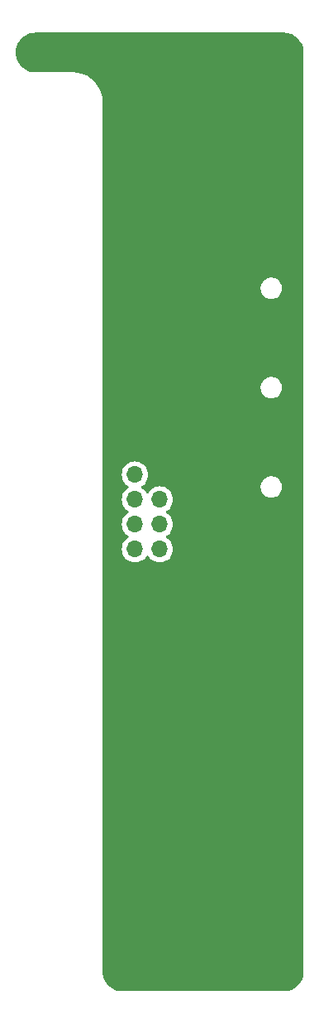
<source format=gbr>
%TF.GenerationSoftware,KiCad,Pcbnew,8.0.4-8.0.4-0~ubuntu22.04.1*%
%TF.CreationDate,2024-08-10T18:45:36+03:00*%
%TF.ProjectId,PM-PS-DC24-front,504d2d50-532d-4444-9332-342d66726f6e,rev?*%
%TF.SameCoordinates,Original*%
%TF.FileFunction,Copper,L1,Top*%
%TF.FilePolarity,Positive*%
%FSLAX46Y46*%
G04 Gerber Fmt 4.6, Leading zero omitted, Abs format (unit mm)*
G04 Created by KiCad (PCBNEW 8.0.4-8.0.4-0~ubuntu22.04.1) date 2024-08-10 18:45:36*
%MOMM*%
%LPD*%
G01*
G04 APERTURE LIST*
%TA.AperFunction,ComponentPad*%
%ADD10R,1.700000X1.700000*%
%TD*%
%TA.AperFunction,ComponentPad*%
%ADD11O,1.700000X1.700000*%
%TD*%
G04 APERTURE END LIST*
D10*
%TO.P,J1,1,Pin_1*%
%TO.N,GND*%
X66040000Y-96520000D03*
D11*
%TO.P,J1,2,Pin_2*%
%TO.N,+24V*%
X63500000Y-96520000D03*
%TO.P,J1,3,Pin_3*%
%TO.N,+5V*%
X66040000Y-99060000D03*
%TO.P,J1,4,Pin_4*%
X63500000Y-99060000D03*
%TO.P,J1,5,Pin_5*%
%TO.N,+3.3V*%
X66040000Y-101600000D03*
%TO.P,J1,6,Pin_6*%
X63500000Y-101600000D03*
%TO.P,J1,7,Pin_7*%
%TO.N,unconnected-(J1-Pin_7-Pad7)*%
X66040000Y-104140000D03*
%TO.P,J1,8,Pin_8*%
%TO.N,unconnected-(J1-Pin_8-Pad8)*%
X63500000Y-104140000D03*
%TD*%
%TA.AperFunction,Conductor*%
%TO.N,GND*%
G36*
X78744042Y-51300765D02*
G01*
X78766774Y-51302254D01*
X78998114Y-51317417D01*
X79014172Y-51319532D01*
X79259888Y-51368408D01*
X79275554Y-51372606D01*
X79426736Y-51423925D01*
X79512788Y-51453136D01*
X79527765Y-51459339D01*
X79745336Y-51566633D01*
X79752460Y-51570146D01*
X79766508Y-51578256D01*
X79974815Y-51717443D01*
X79987679Y-51727314D01*
X80176033Y-51892497D01*
X80187502Y-51903966D01*
X80352685Y-52092320D01*
X80362559Y-52105188D01*
X80501743Y-52313492D01*
X80509853Y-52327539D01*
X80620657Y-52552227D01*
X80626864Y-52567213D01*
X80707393Y-52804445D01*
X80711591Y-52820111D01*
X80760465Y-53065813D01*
X80762583Y-53081895D01*
X80778968Y-53331890D01*
X80779235Y-53335956D01*
X80779500Y-53344066D01*
X80779500Y-147315933D01*
X80779235Y-147324043D01*
X80762583Y-147578104D01*
X80760465Y-147594186D01*
X80711591Y-147839888D01*
X80707393Y-147855554D01*
X80626864Y-148092786D01*
X80620657Y-148107772D01*
X80509853Y-148332460D01*
X80501743Y-148346507D01*
X80362559Y-148554811D01*
X80352685Y-148567679D01*
X80187502Y-148756033D01*
X80176033Y-148767502D01*
X79987679Y-148932685D01*
X79974811Y-148942559D01*
X79766507Y-149081743D01*
X79752460Y-149089853D01*
X79527772Y-149200657D01*
X79512786Y-149206864D01*
X79275554Y-149287393D01*
X79259888Y-149291591D01*
X79014186Y-149340465D01*
X78998104Y-149342583D01*
X78744043Y-149359235D01*
X78735933Y-149359500D01*
X62234067Y-149359500D01*
X62225957Y-149359235D01*
X61971895Y-149342583D01*
X61955814Y-149340465D01*
X61920770Y-149333494D01*
X61710111Y-149291591D01*
X61694445Y-149287393D01*
X61457213Y-149206864D01*
X61442227Y-149200657D01*
X61217539Y-149089853D01*
X61203492Y-149081743D01*
X60995188Y-148942559D01*
X60982320Y-148932685D01*
X60793966Y-148767502D01*
X60782497Y-148756033D01*
X60617314Y-148567679D01*
X60607440Y-148554811D01*
X60468256Y-148346507D01*
X60460146Y-148332460D01*
X60349464Y-148108019D01*
X60349339Y-148107765D01*
X60343135Y-148092786D01*
X60262606Y-147855554D01*
X60258408Y-147839888D01*
X60249736Y-147796292D01*
X60209532Y-147594172D01*
X60207417Y-147578114D01*
X60190765Y-147324042D01*
X60190500Y-147315933D01*
X60190500Y-96519999D01*
X62144341Y-96519999D01*
X62144341Y-96520000D01*
X62164936Y-96755403D01*
X62164938Y-96755413D01*
X62226094Y-96983655D01*
X62226096Y-96983659D01*
X62226097Y-96983663D01*
X62325965Y-97197830D01*
X62325967Y-97197834D01*
X62461501Y-97391395D01*
X62461506Y-97391402D01*
X62628597Y-97558493D01*
X62628603Y-97558498D01*
X62814158Y-97688425D01*
X62857783Y-97743002D01*
X62864977Y-97812500D01*
X62833454Y-97874855D01*
X62814158Y-97891575D01*
X62628597Y-98021505D01*
X62461505Y-98188597D01*
X62325965Y-98382169D01*
X62325964Y-98382171D01*
X62226098Y-98596335D01*
X62226094Y-98596344D01*
X62164938Y-98824586D01*
X62164936Y-98824596D01*
X62144341Y-99059999D01*
X62144341Y-99060000D01*
X62164936Y-99295403D01*
X62164938Y-99295413D01*
X62226094Y-99523655D01*
X62226096Y-99523659D01*
X62226097Y-99523663D01*
X62230000Y-99532032D01*
X62325965Y-99737830D01*
X62325967Y-99737834D01*
X62434281Y-99892521D01*
X62461501Y-99931396D01*
X62461506Y-99931402D01*
X62628597Y-100098493D01*
X62628603Y-100098498D01*
X62814158Y-100228425D01*
X62857783Y-100283002D01*
X62864977Y-100352500D01*
X62833454Y-100414855D01*
X62814158Y-100431575D01*
X62628597Y-100561505D01*
X62461505Y-100728597D01*
X62325965Y-100922169D01*
X62325964Y-100922171D01*
X62226098Y-101136335D01*
X62226094Y-101136344D01*
X62164938Y-101364586D01*
X62164936Y-101364596D01*
X62144341Y-101599999D01*
X62144341Y-101600000D01*
X62164936Y-101835403D01*
X62164938Y-101835413D01*
X62226094Y-102063655D01*
X62226096Y-102063659D01*
X62226097Y-102063663D01*
X62230000Y-102072032D01*
X62325965Y-102277830D01*
X62325967Y-102277834D01*
X62434281Y-102432521D01*
X62461501Y-102471396D01*
X62461506Y-102471402D01*
X62628597Y-102638493D01*
X62628603Y-102638498D01*
X62814158Y-102768425D01*
X62857783Y-102823002D01*
X62864977Y-102892500D01*
X62833454Y-102954855D01*
X62814158Y-102971575D01*
X62628597Y-103101505D01*
X62461505Y-103268597D01*
X62325965Y-103462169D01*
X62325964Y-103462171D01*
X62226098Y-103676335D01*
X62226094Y-103676344D01*
X62164938Y-103904586D01*
X62164936Y-103904596D01*
X62144341Y-104139999D01*
X62144341Y-104140000D01*
X62164936Y-104375403D01*
X62164938Y-104375413D01*
X62226094Y-104603655D01*
X62226096Y-104603659D01*
X62226097Y-104603663D01*
X62230000Y-104612032D01*
X62325965Y-104817830D01*
X62325967Y-104817834D01*
X62434281Y-104972521D01*
X62461505Y-105011401D01*
X62628599Y-105178495D01*
X62725384Y-105246265D01*
X62822165Y-105314032D01*
X62822167Y-105314033D01*
X62822170Y-105314035D01*
X63036337Y-105413903D01*
X63264592Y-105475063D01*
X63452918Y-105491539D01*
X63499999Y-105495659D01*
X63500000Y-105495659D01*
X63500001Y-105495659D01*
X63539234Y-105492226D01*
X63735408Y-105475063D01*
X63963663Y-105413903D01*
X64177830Y-105314035D01*
X64371401Y-105178495D01*
X64538495Y-105011401D01*
X64668425Y-104825842D01*
X64723002Y-104782217D01*
X64792500Y-104775023D01*
X64854855Y-104806546D01*
X64871575Y-104825842D01*
X65001500Y-105011395D01*
X65001505Y-105011401D01*
X65168599Y-105178495D01*
X65265384Y-105246265D01*
X65362165Y-105314032D01*
X65362167Y-105314033D01*
X65362170Y-105314035D01*
X65576337Y-105413903D01*
X65804592Y-105475063D01*
X65992918Y-105491539D01*
X66039999Y-105495659D01*
X66040000Y-105495659D01*
X66040001Y-105495659D01*
X66079234Y-105492226D01*
X66275408Y-105475063D01*
X66503663Y-105413903D01*
X66717830Y-105314035D01*
X66911401Y-105178495D01*
X67078495Y-105011401D01*
X67214035Y-104817830D01*
X67313903Y-104603663D01*
X67375063Y-104375408D01*
X67395659Y-104140000D01*
X67375063Y-103904592D01*
X67313903Y-103676337D01*
X67214035Y-103462171D01*
X67208425Y-103454158D01*
X67078494Y-103268597D01*
X66911402Y-103101506D01*
X66911396Y-103101501D01*
X66725842Y-102971575D01*
X66682217Y-102916998D01*
X66675023Y-102847500D01*
X66706546Y-102785145D01*
X66725842Y-102768425D01*
X66748026Y-102752891D01*
X66911401Y-102638495D01*
X67078495Y-102471401D01*
X67214035Y-102277830D01*
X67313903Y-102063663D01*
X67375063Y-101835408D01*
X67395659Y-101600000D01*
X67375063Y-101364592D01*
X67313903Y-101136337D01*
X67214035Y-100922171D01*
X67208425Y-100914158D01*
X67078494Y-100728597D01*
X66911402Y-100561506D01*
X66911396Y-100561501D01*
X66725842Y-100431575D01*
X66682217Y-100376998D01*
X66675023Y-100307500D01*
X66706546Y-100245145D01*
X66725842Y-100228425D01*
X66748026Y-100212891D01*
X66911401Y-100098495D01*
X67078495Y-99931401D01*
X67214035Y-99737830D01*
X67313903Y-99523663D01*
X67375063Y-99295408D01*
X67395659Y-99060000D01*
X67375063Y-98824592D01*
X67313903Y-98596337D01*
X67214035Y-98382171D01*
X67208425Y-98374158D01*
X67078494Y-98188597D01*
X66911402Y-98021506D01*
X66911395Y-98021501D01*
X66717834Y-97885967D01*
X66717830Y-97885965D01*
X66697768Y-97876610D01*
X66503663Y-97786097D01*
X66503659Y-97786096D01*
X66503655Y-97786094D01*
X66275413Y-97724938D01*
X66275403Y-97724936D01*
X66040001Y-97704341D01*
X66039999Y-97704341D01*
X65804596Y-97724936D01*
X65804586Y-97724938D01*
X65576344Y-97786094D01*
X65576335Y-97786098D01*
X65362171Y-97885964D01*
X65362169Y-97885965D01*
X65168597Y-98021505D01*
X65001505Y-98188597D01*
X64871575Y-98374158D01*
X64816998Y-98417783D01*
X64747500Y-98424977D01*
X64685145Y-98393454D01*
X64668425Y-98374158D01*
X64538494Y-98188597D01*
X64371402Y-98021506D01*
X64371396Y-98021501D01*
X64185842Y-97891575D01*
X64142217Y-97836998D01*
X64135023Y-97767500D01*
X64166546Y-97705145D01*
X64168573Y-97703389D01*
X76369500Y-97703389D01*
X76369500Y-97876611D01*
X76396598Y-98047701D01*
X76450127Y-98212445D01*
X76528768Y-98366788D01*
X76630586Y-98506928D01*
X76753072Y-98629414D01*
X76893212Y-98731232D01*
X77047555Y-98809873D01*
X77212299Y-98863402D01*
X77383389Y-98890500D01*
X77383390Y-98890500D01*
X77556610Y-98890500D01*
X77556611Y-98890500D01*
X77727701Y-98863402D01*
X77892445Y-98809873D01*
X78046788Y-98731232D01*
X78186928Y-98629414D01*
X78309414Y-98506928D01*
X78411232Y-98366788D01*
X78489873Y-98212445D01*
X78543402Y-98047701D01*
X78570500Y-97876611D01*
X78570500Y-97703389D01*
X78543402Y-97532299D01*
X78489873Y-97367555D01*
X78411232Y-97213212D01*
X78309414Y-97073072D01*
X78186928Y-96950586D01*
X78046788Y-96848768D01*
X77892445Y-96770127D01*
X77727701Y-96716598D01*
X77727699Y-96716597D01*
X77727698Y-96716597D01*
X77596271Y-96695781D01*
X77556611Y-96689500D01*
X77383389Y-96689500D01*
X77343728Y-96695781D01*
X77212302Y-96716597D01*
X77047552Y-96770128D01*
X76893211Y-96848768D01*
X76813256Y-96906859D01*
X76753072Y-96950586D01*
X76753070Y-96950588D01*
X76753069Y-96950588D01*
X76630588Y-97073069D01*
X76630588Y-97073070D01*
X76630586Y-97073072D01*
X76586859Y-97133256D01*
X76528768Y-97213211D01*
X76450128Y-97367552D01*
X76396597Y-97532302D01*
X76369500Y-97703389D01*
X64168573Y-97703389D01*
X64185842Y-97688425D01*
X64208026Y-97672891D01*
X64371401Y-97558495D01*
X64538495Y-97391401D01*
X64674035Y-97197830D01*
X64773903Y-96983663D01*
X64835063Y-96755408D01*
X64855659Y-96520000D01*
X64835063Y-96284592D01*
X64773903Y-96056337D01*
X64674035Y-95842171D01*
X64538495Y-95648599D01*
X64538494Y-95648597D01*
X64371402Y-95481506D01*
X64371395Y-95481501D01*
X64177834Y-95345967D01*
X64177830Y-95345965D01*
X64177828Y-95345964D01*
X63963663Y-95246097D01*
X63963659Y-95246096D01*
X63963655Y-95246094D01*
X63735413Y-95184938D01*
X63735403Y-95184936D01*
X63500001Y-95164341D01*
X63499999Y-95164341D01*
X63264596Y-95184936D01*
X63264586Y-95184938D01*
X63036344Y-95246094D01*
X63036335Y-95246098D01*
X62822171Y-95345964D01*
X62822169Y-95345965D01*
X62628597Y-95481505D01*
X62461505Y-95648597D01*
X62325965Y-95842169D01*
X62325964Y-95842171D01*
X62226098Y-96056335D01*
X62226094Y-96056344D01*
X62164938Y-96284586D01*
X62164936Y-96284596D01*
X62144341Y-96519999D01*
X60190500Y-96519999D01*
X60190500Y-87543389D01*
X76369500Y-87543389D01*
X76369500Y-87716611D01*
X76396598Y-87887701D01*
X76450127Y-88052445D01*
X76528768Y-88206788D01*
X76630586Y-88346928D01*
X76753072Y-88469414D01*
X76893212Y-88571232D01*
X77047555Y-88649873D01*
X77212299Y-88703402D01*
X77383389Y-88730500D01*
X77383390Y-88730500D01*
X77556610Y-88730500D01*
X77556611Y-88730500D01*
X77727701Y-88703402D01*
X77892445Y-88649873D01*
X78046788Y-88571232D01*
X78186928Y-88469414D01*
X78309414Y-88346928D01*
X78411232Y-88206788D01*
X78489873Y-88052445D01*
X78543402Y-87887701D01*
X78570500Y-87716611D01*
X78570500Y-87543389D01*
X78543402Y-87372299D01*
X78489873Y-87207555D01*
X78411232Y-87053212D01*
X78309414Y-86913072D01*
X78186928Y-86790586D01*
X78046788Y-86688768D01*
X77892445Y-86610127D01*
X77727701Y-86556598D01*
X77727699Y-86556597D01*
X77727698Y-86556597D01*
X77596271Y-86535781D01*
X77556611Y-86529500D01*
X77383389Y-86529500D01*
X77343728Y-86535781D01*
X77212302Y-86556597D01*
X77047552Y-86610128D01*
X76893211Y-86688768D01*
X76813256Y-86746859D01*
X76753072Y-86790586D01*
X76753070Y-86790588D01*
X76753069Y-86790588D01*
X76630588Y-86913069D01*
X76630588Y-86913070D01*
X76630586Y-86913072D01*
X76586859Y-86973256D01*
X76528768Y-87053211D01*
X76450128Y-87207552D01*
X76396597Y-87372302D01*
X76369500Y-87543389D01*
X60190500Y-87543389D01*
X60190500Y-77383389D01*
X76369500Y-77383389D01*
X76369500Y-77556611D01*
X76396598Y-77727701D01*
X76450127Y-77892445D01*
X76528768Y-78046788D01*
X76630586Y-78186928D01*
X76753072Y-78309414D01*
X76893212Y-78411232D01*
X77047555Y-78489873D01*
X77212299Y-78543402D01*
X77383389Y-78570500D01*
X77383390Y-78570500D01*
X77556610Y-78570500D01*
X77556611Y-78570500D01*
X77727701Y-78543402D01*
X77892445Y-78489873D01*
X78046788Y-78411232D01*
X78186928Y-78309414D01*
X78309414Y-78186928D01*
X78411232Y-78046788D01*
X78489873Y-77892445D01*
X78543402Y-77727701D01*
X78570500Y-77556611D01*
X78570500Y-77383389D01*
X78543402Y-77212299D01*
X78489873Y-77047555D01*
X78411232Y-76893212D01*
X78309414Y-76753072D01*
X78186928Y-76630586D01*
X78046788Y-76528768D01*
X77892445Y-76450127D01*
X77727701Y-76396598D01*
X77727699Y-76396597D01*
X77727698Y-76396597D01*
X77596271Y-76375781D01*
X77556611Y-76369500D01*
X77383389Y-76369500D01*
X77343728Y-76375781D01*
X77212302Y-76396597D01*
X77047552Y-76450128D01*
X76893211Y-76528768D01*
X76813256Y-76586859D01*
X76753072Y-76630586D01*
X76753070Y-76630588D01*
X76753069Y-76630588D01*
X76630588Y-76753069D01*
X76630588Y-76753070D01*
X76630586Y-76753072D01*
X76586859Y-76813256D01*
X76528768Y-76893211D01*
X76450128Y-77047552D01*
X76396597Y-77212302D01*
X76369500Y-77383389D01*
X60190500Y-77383389D01*
X60190500Y-58260657D01*
X60179268Y-58153792D01*
X60157188Y-57943708D01*
X60090928Y-57631981D01*
X59992447Y-57328887D01*
X59862824Y-57037747D01*
X59703479Y-56761753D01*
X59703479Y-56761752D01*
X59516148Y-56503916D01*
X59404275Y-56379670D01*
X59302909Y-56267091D01*
X59201541Y-56175819D01*
X59066083Y-56053851D01*
X59064669Y-56052824D01*
X58845350Y-55893478D01*
X58808246Y-55866520D01*
X58532262Y-55707181D01*
X58532257Y-55707178D01*
X58532253Y-55707176D01*
X58241113Y-55577553D01*
X58241108Y-55577551D01*
X58241105Y-55577550D01*
X58067710Y-55521211D01*
X57938019Y-55479072D01*
X57938016Y-55479071D01*
X57938015Y-55479071D01*
X57938014Y-55479070D01*
X57669245Y-55421942D01*
X57626295Y-55412812D01*
X57490458Y-55398535D01*
X57309346Y-55379500D01*
X57309342Y-55379500D01*
X53344067Y-55379500D01*
X53335957Y-55379235D01*
X53081895Y-55362583D01*
X53065814Y-55360465D01*
X53030770Y-55353494D01*
X52820111Y-55311591D01*
X52804445Y-55307393D01*
X52567213Y-55226864D01*
X52552227Y-55220657D01*
X52327539Y-55109853D01*
X52313492Y-55101743D01*
X52105188Y-54962559D01*
X52092320Y-54952685D01*
X51903966Y-54787502D01*
X51892497Y-54776033D01*
X51727314Y-54587679D01*
X51717440Y-54574811D01*
X51578256Y-54366507D01*
X51570146Y-54352460D01*
X51459464Y-54128019D01*
X51459339Y-54127765D01*
X51453135Y-54112786D01*
X51372606Y-53875554D01*
X51368408Y-53859888D01*
X51359736Y-53816292D01*
X51319532Y-53614172D01*
X51317417Y-53598116D01*
X51301031Y-53348101D01*
X51301031Y-53331898D01*
X51317417Y-53081881D01*
X51319531Y-53065829D01*
X51368409Y-52820107D01*
X51372606Y-52804445D01*
X51396197Y-52734945D01*
X51453138Y-52567205D01*
X51459336Y-52552239D01*
X51570149Y-52327533D01*
X51578252Y-52313498D01*
X51717448Y-52105176D01*
X51727305Y-52092331D01*
X51892502Y-51903960D01*
X51903960Y-51892502D01*
X52092331Y-51727305D01*
X52105176Y-51717448D01*
X52313498Y-51578252D01*
X52327533Y-51570149D01*
X52552239Y-51459336D01*
X52567205Y-51453138D01*
X52734945Y-51396197D01*
X52804445Y-51372606D01*
X52820107Y-51368409D01*
X53065829Y-51319531D01*
X53081883Y-51317417D01*
X53314848Y-51302148D01*
X53335958Y-51300765D01*
X53344067Y-51300500D01*
X53405892Y-51300500D01*
X78674108Y-51300500D01*
X78735933Y-51300500D01*
X78744042Y-51300765D01*
G37*
%TD.AperFunction*%
%TD*%
M02*

</source>
